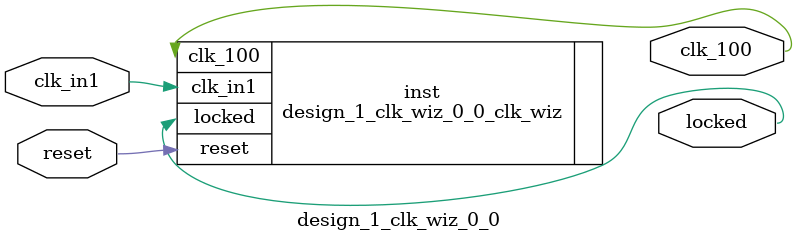
<source format=v>


`timescale 1ps/1ps

(* CORE_GENERATION_INFO = "design_1_clk_wiz_0_0,clk_wiz_v6_0_13_0_0,{component_name=design_1_clk_wiz_0_0,use_phase_alignment=true,use_min_o_jitter=false,use_max_i_jitter=false,use_dyn_phase_shift=false,use_inclk_switchover=false,use_dyn_reconfig=false,enable_axi=0,feedback_source=FDBK_AUTO,PRIMITIVE=MMCM,num_out_clk=1,clkin1_period=10.000,clkin2_period=10.000,use_power_down=false,use_reset=true,use_locked=true,use_inclk_stopped=false,feedback_type=SINGLE,CLOCK_MGR_TYPE=NA,manual_override=false}" *)

module design_1_clk_wiz_0_0 
 (
  // Clock out ports
  output        clk_100,
  // Status and control signals
  input         reset,
  output        locked,
 // Clock in ports
  input         clk_in1
 );

  design_1_clk_wiz_0_0_clk_wiz inst
  (
  // Clock out ports  
  .clk_100(clk_100),
  // Status and control signals               
  .reset(reset), 
  .locked(locked),
 // Clock in ports
  .clk_in1(clk_in1)
  );

endmodule

</source>
